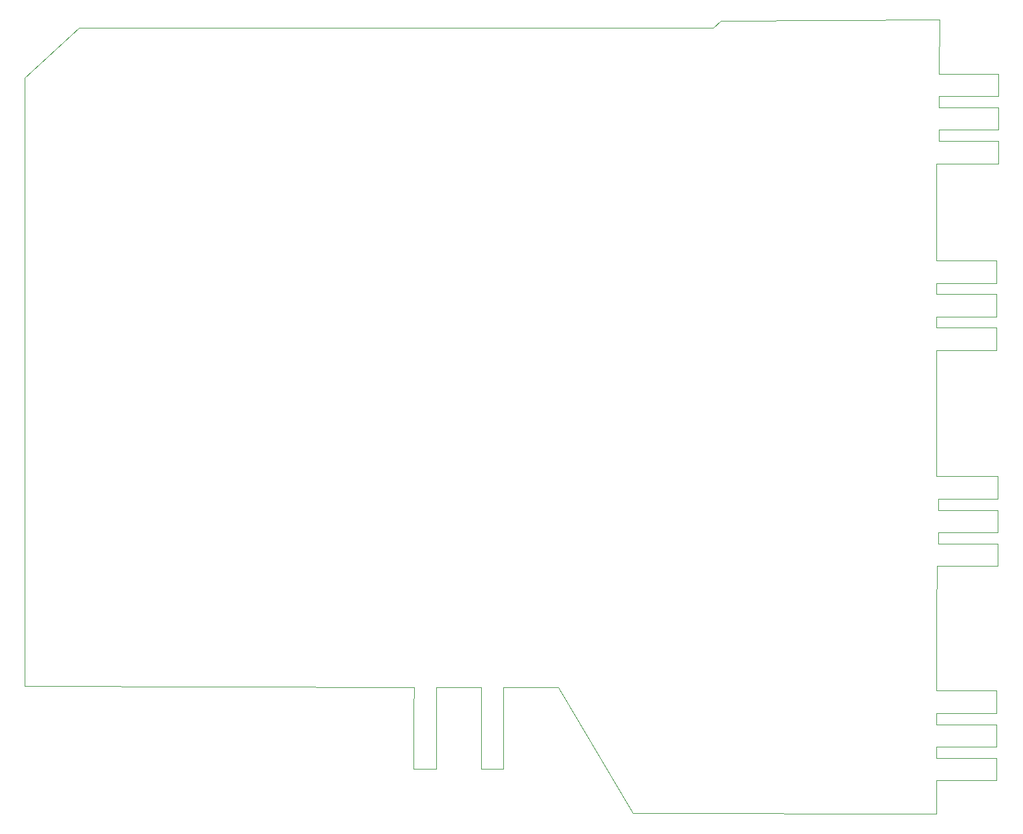
<source format=gbr>
%TF.GenerationSoftware,KiCad,Pcbnew,(6.0.7)*%
%TF.CreationDate,2023-01-12T12:11:46-08:00*%
%TF.ProjectId,RevisedControlBoard,52657669-7365-4644-936f-6e74726f6c42,rev?*%
%TF.SameCoordinates,Original*%
%TF.FileFunction,Profile,NP*%
%FSLAX46Y46*%
G04 Gerber Fmt 4.6, Leading zero omitted, Abs format (unit mm)*
G04 Created by KiCad (PCBNEW (6.0.7)) date 2023-01-12 12:11:46*
%MOMM*%
%LPD*%
G01*
G04 APERTURE LIST*
%TA.AperFunction,Profile*%
%ADD10C,0.100000*%
%TD*%
G04 APERTURE END LIST*
D10*
X175600000Y-38700000D02*
X176600000Y-37700000D01*
X90700000Y-38700000D02*
X175600000Y-38700000D01*
X205830000Y-44830000D02*
X205900000Y-37600000D01*
X176600000Y-37700000D02*
X205900000Y-37600000D01*
X83430000Y-45330000D02*
X90700000Y-38700000D01*
X135530001Y-129930001D02*
X135550000Y-126930002D01*
X138530001Y-129930001D02*
X138524999Y-126955001D01*
X147524999Y-126955001D02*
X154900000Y-127000000D01*
X147530000Y-137930000D02*
X147524999Y-126955001D01*
X164900000Y-143800000D02*
X154900000Y-127000000D01*
X205500000Y-143900000D02*
X164900000Y-143800000D01*
X205550000Y-139430001D02*
X205500000Y-143900000D01*
X138524999Y-126955001D02*
X144530000Y-126955001D01*
X83430000Y-126830000D02*
X83430000Y-45330000D01*
X135550000Y-126930002D02*
X83430000Y-126830000D01*
X205730000Y-98730000D02*
X205530000Y-98730000D01*
X205530000Y-56830000D02*
X205830000Y-56830000D01*
X205549999Y-62830000D02*
X205530000Y-56830000D01*
X205549999Y-81830000D02*
X205530000Y-98730000D01*
X205730000Y-110730000D02*
X205630000Y-110730000D01*
X205549999Y-116929999D02*
X205630000Y-110730000D01*
X213550000Y-77329998D02*
X205550002Y-77329999D01*
X205549999Y-131930001D02*
X213550000Y-131929998D01*
X138530000Y-137930000D02*
X138530001Y-129930001D01*
X205549999Y-74330000D02*
X213550000Y-74330000D01*
X205550001Y-69829999D02*
X213550001Y-69830000D01*
X213830001Y-49330000D02*
X213830000Y-52330000D01*
X205730000Y-98730000D02*
X213730001Y-98729999D01*
X213730001Y-103230001D02*
X213730001Y-106230000D01*
X205549999Y-116929999D02*
X205550002Y-127430000D01*
X205550002Y-136430000D02*
X213550002Y-136430000D01*
X144530000Y-137929998D02*
X147530000Y-137930000D01*
X205830000Y-52330000D02*
X205830000Y-53830000D01*
X213829999Y-44830001D02*
X213830001Y-47830001D01*
X213550002Y-127430000D02*
X213550001Y-130430001D01*
X205549999Y-72830000D02*
X205549999Y-74330000D01*
X205730000Y-107730000D02*
X213730001Y-107729999D01*
X205830000Y-47830001D02*
X205830000Y-49330000D01*
X205550002Y-77329999D02*
X205550000Y-78830000D01*
X205550002Y-127430000D02*
X213550002Y-127430000D01*
X213830000Y-52330000D02*
X205830000Y-52330000D01*
X135530001Y-129930001D02*
X135530000Y-137929998D01*
X213830001Y-56830000D02*
X205830000Y-56830000D01*
X205830000Y-44830000D02*
X213829999Y-44830001D01*
X213550001Y-130430001D02*
X205550002Y-130430001D01*
X205549999Y-134930002D02*
X205550002Y-136430000D01*
X213550000Y-72829999D02*
X205549999Y-72830000D01*
X213550000Y-131929998D02*
X213550000Y-134929999D01*
X205830000Y-53830000D02*
X213829999Y-53830001D01*
X213730001Y-107729999D02*
X213730000Y-110730001D01*
X205730000Y-103229999D02*
X213730001Y-103230001D01*
X205550002Y-130430001D02*
X205549999Y-131930001D01*
X205830000Y-49330000D02*
X213830001Y-49330000D01*
X213550000Y-81829999D02*
X205549999Y-81830000D01*
X205550000Y-78830000D02*
X213550001Y-78830000D01*
X144530001Y-129930001D02*
X144530000Y-137929998D01*
X213550002Y-136430000D02*
X213550000Y-139430000D01*
X213550001Y-69830000D02*
X213550000Y-72829999D01*
X213829999Y-53830001D02*
X213830001Y-56830000D01*
X205730000Y-101729999D02*
X205730000Y-103229999D01*
X213830001Y-47830001D02*
X205830000Y-47830001D01*
X213550000Y-74330000D02*
X213550000Y-77329998D01*
X213550000Y-139430000D02*
X205550000Y-139430001D01*
X205549999Y-62830000D02*
X205550001Y-69829999D01*
X135530000Y-137929998D02*
X138530000Y-137930000D01*
X213730001Y-106230000D02*
X205730001Y-106230001D01*
X213730001Y-98729999D02*
X213730001Y-101730000D01*
X205730001Y-106230001D02*
X205730000Y-107730000D01*
X213730001Y-101730000D02*
X205730000Y-101729999D01*
X144530000Y-126955001D02*
X144530001Y-129930001D01*
X213730000Y-110730001D02*
X205730000Y-110730000D01*
X213550001Y-78830000D02*
X213550000Y-81829999D01*
X213550000Y-134929999D02*
X205549999Y-134930002D01*
M02*

</source>
